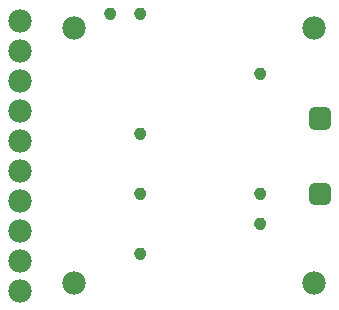
<source format=gbs>
G75*
G70*
%OFA0B0*%
%FSLAX24Y24*%
%IPPOS*%
%LPD*%
%AMOC8*
5,1,8,0,0,1.08239X$1,22.5*
%
%ADD10C,0.0780*%
%ADD11C,0.0100*%
%ADD12C,0.0759*%
%ADD13C,0.0379*%
%ADD14C,0.0375*%
D10*
X009257Y007473D03*
X009257Y008473D03*
X009257Y009473D03*
X009257Y010473D03*
X009257Y011473D03*
X009257Y012473D03*
X009257Y013473D03*
X009257Y014473D03*
X009257Y015473D03*
X009257Y016473D03*
X011057Y016223D03*
X019057Y016223D03*
X019057Y007723D03*
X011057Y007723D03*
D11*
X013122Y008657D02*
X013140Y008629D01*
X013163Y008605D01*
X013192Y008587D01*
X013223Y008576D01*
X013257Y008573D01*
X013290Y008576D01*
X013322Y008587D01*
X013350Y008605D01*
X013374Y008629D01*
X013392Y008657D01*
X013403Y008689D01*
X013407Y008723D01*
X013403Y008756D01*
X013392Y008788D01*
X013374Y008816D01*
X013350Y008840D01*
X013322Y008858D01*
X013290Y008869D01*
X013257Y008873D01*
X013223Y008869D01*
X013192Y008858D01*
X013163Y008840D01*
X013140Y008816D01*
X013122Y008788D01*
X013111Y008756D01*
X013107Y008723D01*
X013111Y008689D01*
X013122Y008657D01*
X013110Y008693D02*
X013404Y008693D01*
X013389Y008792D02*
X013124Y008792D01*
X013180Y008595D02*
X013334Y008595D01*
X013257Y010573D02*
X013290Y010576D01*
X013322Y010587D01*
X013350Y010605D01*
X013374Y010629D01*
X013392Y010657D01*
X013403Y010689D01*
X013407Y010723D01*
X013403Y010756D01*
X013392Y010788D01*
X013374Y010816D01*
X013350Y010840D01*
X013322Y010858D01*
X013290Y010869D01*
X013257Y010873D01*
X013223Y010869D01*
X013192Y010858D01*
X013163Y010840D01*
X013140Y010816D01*
X013122Y010788D01*
X013111Y010756D01*
X013107Y010723D01*
X013111Y010689D01*
X013122Y010657D01*
X013140Y010629D01*
X013163Y010605D01*
X013192Y010587D01*
X013223Y010576D01*
X013257Y010573D01*
X013394Y010664D02*
X013119Y010664D01*
X013113Y010763D02*
X013401Y010763D01*
X013311Y010861D02*
X013202Y010861D01*
X013257Y012573D02*
X013290Y012576D01*
X013322Y012587D01*
X013350Y012605D01*
X013374Y012629D01*
X013392Y012657D01*
X013403Y012689D01*
X013407Y012723D01*
X013403Y012756D01*
X013392Y012788D01*
X013374Y012816D01*
X013350Y012840D01*
X013322Y012858D01*
X013290Y012869D01*
X013257Y012873D01*
X013223Y012869D01*
X013192Y012858D01*
X013163Y012840D01*
X013140Y012816D01*
X013122Y012788D01*
X013111Y012756D01*
X013107Y012723D01*
X013111Y012689D01*
X013122Y012657D01*
X013140Y012629D01*
X013163Y012605D01*
X013192Y012587D01*
X013223Y012576D01*
X013257Y012573D01*
X013136Y012635D02*
X013378Y012635D01*
X013406Y012734D02*
X013108Y012734D01*
X013156Y012832D02*
X013358Y012832D01*
X017122Y014657D02*
X017140Y014629D01*
X017163Y014605D01*
X017192Y014587D01*
X017223Y014576D01*
X017257Y014573D01*
X017290Y014576D01*
X017322Y014587D01*
X017350Y014605D01*
X017374Y014629D01*
X017392Y014657D01*
X017403Y014689D01*
X017407Y014723D01*
X017403Y014756D01*
X017392Y014788D01*
X017374Y014816D01*
X017350Y014840D01*
X017322Y014858D01*
X017290Y014869D01*
X017257Y014873D01*
X017223Y014869D01*
X017192Y014858D01*
X017163Y014840D01*
X017140Y014816D01*
X017122Y014788D01*
X017111Y014756D01*
X017107Y014723D01*
X017111Y014689D01*
X017122Y014657D01*
X017109Y014705D02*
X017405Y014705D01*
X017382Y014803D02*
X017131Y014803D01*
X017163Y014606D02*
X017351Y014606D01*
X013392Y016657D02*
X013403Y016689D01*
X013407Y016723D01*
X013403Y016756D01*
X013392Y016788D01*
X013374Y016816D01*
X013350Y016840D01*
X013322Y016858D01*
X013290Y016869D01*
X013257Y016873D01*
X013223Y016869D01*
X013192Y016858D01*
X013163Y016840D01*
X013140Y016816D01*
X013122Y016788D01*
X013111Y016756D01*
X013107Y016723D01*
X013111Y016689D01*
X013122Y016657D01*
X013140Y016629D01*
X013163Y016605D01*
X013192Y016587D01*
X013223Y016576D01*
X013257Y016573D01*
X013290Y016576D01*
X013322Y016587D01*
X013350Y016605D01*
X013374Y016629D01*
X013392Y016657D01*
X013398Y016675D02*
X013115Y016675D01*
X013117Y016774D02*
X013397Y016774D01*
X013257Y016872D02*
X013257Y016872D01*
X013222Y016577D02*
X013292Y016577D01*
X012403Y016689D02*
X012407Y016723D01*
X012403Y016756D01*
X012392Y016788D01*
X012374Y016816D01*
X012350Y016840D01*
X012322Y016858D01*
X012290Y016869D01*
X012257Y016873D01*
X012223Y016869D01*
X012192Y016858D01*
X012163Y016840D01*
X012140Y016816D01*
X012122Y016788D01*
X012111Y016756D01*
X012107Y016723D01*
X012111Y016689D01*
X012122Y016657D01*
X012140Y016629D01*
X012163Y016605D01*
X012192Y016587D01*
X012223Y016576D01*
X012257Y016573D01*
X012290Y016576D01*
X012322Y016587D01*
X012350Y016605D01*
X012374Y016629D01*
X012392Y016657D01*
X012403Y016689D01*
X012398Y016675D02*
X012115Y016675D01*
X012117Y016774D02*
X012397Y016774D01*
X012257Y016872D02*
X012257Y016872D01*
X012222Y016577D02*
X012292Y016577D01*
X017163Y010840D02*
X017192Y010858D01*
X017223Y010869D01*
X017257Y010873D01*
X017290Y010869D01*
X017322Y010858D01*
X017350Y010840D01*
X017374Y010816D01*
X017392Y010788D01*
X017403Y010756D01*
X017407Y010723D01*
X017403Y010689D01*
X017392Y010657D01*
X017374Y010629D01*
X017350Y010605D01*
X017322Y010587D01*
X017290Y010576D01*
X017257Y010573D01*
X017223Y010576D01*
X017192Y010587D01*
X017163Y010605D01*
X017140Y010629D01*
X017122Y010657D01*
X017111Y010689D01*
X017107Y010723D01*
X017111Y010756D01*
X017122Y010788D01*
X017140Y010816D01*
X017163Y010840D01*
X017202Y010861D02*
X017311Y010861D01*
X017401Y010763D02*
X017113Y010763D01*
X017119Y010664D02*
X017394Y010664D01*
X017290Y009869D02*
X017257Y009873D01*
X017223Y009869D01*
X017192Y009858D01*
X017163Y009840D01*
X017140Y009816D01*
X017122Y009788D01*
X017111Y009756D01*
X017107Y009723D01*
X017111Y009689D01*
X017122Y009657D01*
X017140Y009629D01*
X017163Y009605D01*
X017192Y009587D01*
X017223Y009576D01*
X017257Y009573D01*
X017290Y009576D01*
X017322Y009587D01*
X017350Y009605D01*
X017374Y009629D01*
X017392Y009657D01*
X017403Y009689D01*
X017407Y009723D01*
X017403Y009756D01*
X017392Y009788D01*
X017374Y009816D01*
X017350Y009840D01*
X017322Y009858D01*
X017290Y009869D01*
X017396Y009777D02*
X017118Y009777D01*
X017114Y009679D02*
X017399Y009679D01*
X017302Y009580D02*
X017212Y009580D01*
D12*
X019257Y010713D03*
X019257Y013232D03*
D13*
X019068Y013043D02*
X019068Y013421D01*
X019446Y013421D01*
X019446Y013043D01*
X019068Y013043D01*
X019068Y013421D02*
X019446Y013421D01*
X019068Y010902D02*
X019068Y010524D01*
X019068Y010902D02*
X019446Y010902D01*
X019446Y010524D01*
X019068Y010524D01*
X019068Y010902D02*
X019446Y010902D01*
D14*
X017257Y010723D03*
X017257Y009723D03*
X013257Y010723D03*
X013257Y012723D03*
X017257Y014723D03*
X013257Y016723D03*
X012257Y016723D03*
X013257Y008723D03*
M02*

</source>
